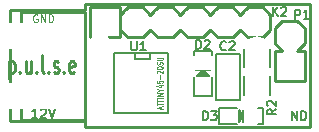
<source format=gto>
G04 #@! TF.FileFunction,Legend,Top*
%FSLAX46Y46*%
G04 Gerber Fmt 4.6, Leading zero omitted, Abs format (unit mm)*
G04 Created by KiCad (PCBNEW 0.201511011201+6288~30~ubuntu15.10.1-product) date Wed Nov  4 22:56:01 2015*
%MOMM*%
G01*
G04 APERTURE LIST*
%ADD10C,0.150000*%
%ADD11C,0.228600*%
%ADD12C,0.076200*%
%ADD13C,0.254000*%
%ADD14C,0.127000*%
%ADD15C,0.152400*%
%ADD16R,1.397000X1.524000*%
%ADD17R,1.651000X1.905000*%
%ADD18C,2.286000*%
%ADD19R,2.286000X2.286000*%
%ADD20R,1.524000X1.270000*%
%ADD21R,1.905000X1.016000*%
%ADD22C,1.905000*%
%ADD23R,2.006600X1.808480*%
%ADD24C,1.676400*%
%ADD25R,6.350000X2.286000*%
G04 APERTURE END LIST*
D10*
D11*
X25309286Y-30216929D02*
X25309286Y-31740929D01*
X25309286Y-30289500D02*
X25406048Y-30216929D01*
X25599571Y-30216929D01*
X25696333Y-30289500D01*
X25744714Y-30362071D01*
X25793095Y-30507214D01*
X25793095Y-30942643D01*
X25744714Y-31087786D01*
X25696333Y-31160357D01*
X25599571Y-31232929D01*
X25406048Y-31232929D01*
X25309286Y-31160357D01*
X26228524Y-31087786D02*
X26276905Y-31160357D01*
X26228524Y-31232929D01*
X26180143Y-31160357D01*
X26228524Y-31087786D01*
X26228524Y-31232929D01*
X27147762Y-30216929D02*
X27147762Y-31232929D01*
X26712334Y-30216929D02*
X26712334Y-31015214D01*
X26760715Y-31160357D01*
X26857477Y-31232929D01*
X27002619Y-31232929D01*
X27099381Y-31160357D01*
X27147762Y-31087786D01*
X27631572Y-31087786D02*
X27679953Y-31160357D01*
X27631572Y-31232929D01*
X27583191Y-31160357D01*
X27631572Y-31087786D01*
X27631572Y-31232929D01*
X28260525Y-31232929D02*
X28163763Y-31160357D01*
X28115382Y-31015214D01*
X28115382Y-29708929D01*
X28647572Y-31087786D02*
X28695953Y-31160357D01*
X28647572Y-31232929D01*
X28599191Y-31160357D01*
X28647572Y-31087786D01*
X28647572Y-31232929D01*
X29083001Y-31160357D02*
X29179763Y-31232929D01*
X29373287Y-31232929D01*
X29470048Y-31160357D01*
X29518429Y-31015214D01*
X29518429Y-30942643D01*
X29470048Y-30797500D01*
X29373287Y-30724929D01*
X29228144Y-30724929D01*
X29131382Y-30652357D01*
X29083001Y-30507214D01*
X29083001Y-30434643D01*
X29131382Y-30289500D01*
X29228144Y-30216929D01*
X29373287Y-30216929D01*
X29470048Y-30289500D01*
X29953858Y-31087786D02*
X30002239Y-31160357D01*
X29953858Y-31232929D01*
X29905477Y-31160357D01*
X29953858Y-31087786D01*
X29953858Y-31232929D01*
X30824715Y-31160357D02*
X30727953Y-31232929D01*
X30534430Y-31232929D01*
X30437668Y-31160357D01*
X30389287Y-31015214D01*
X30389287Y-30434643D01*
X30437668Y-30289500D01*
X30534430Y-30216929D01*
X30727953Y-30216929D01*
X30824715Y-30289500D01*
X30873096Y-30434643D01*
X30873096Y-30579786D01*
X30389287Y-30724929D01*
D12*
X27710191Y-26289000D02*
X27649714Y-26258762D01*
X27559000Y-26258762D01*
X27468286Y-26289000D01*
X27407810Y-26349476D01*
X27377571Y-26409952D01*
X27347333Y-26530905D01*
X27347333Y-26621619D01*
X27377571Y-26742571D01*
X27407810Y-26803048D01*
X27468286Y-26863524D01*
X27559000Y-26893762D01*
X27619476Y-26893762D01*
X27710191Y-26863524D01*
X27740429Y-26833286D01*
X27740429Y-26621619D01*
X27619476Y-26621619D01*
X28012571Y-26893762D02*
X28012571Y-26258762D01*
X28375429Y-26893762D01*
X28375429Y-26258762D01*
X28677809Y-26893762D02*
X28677809Y-26258762D01*
X28829000Y-26258762D01*
X28919714Y-26289000D01*
X28980190Y-26349476D01*
X29010429Y-26409952D01*
X29040667Y-26530905D01*
X29040667Y-26621619D01*
X29010429Y-26742571D01*
X28980190Y-26803048D01*
X28919714Y-26863524D01*
X28829000Y-26893762D01*
X28677809Y-26893762D01*
D13*
X31750000Y-25908000D02*
X31750000Y-25400000D01*
X25400000Y-25908000D02*
X31750000Y-25908000D01*
X31750000Y-35306000D02*
X31750000Y-35814000D01*
X25400000Y-35306000D02*
X31750000Y-35306000D01*
X25400000Y-35306000D02*
X25400000Y-25908000D01*
X50800000Y-35814000D02*
X31750000Y-35814000D01*
X50800000Y-25400000D02*
X50800000Y-35814000D01*
X31750000Y-25400000D02*
X50800000Y-25400000D01*
D14*
X41148000Y-30988000D02*
X42291000Y-30988000D01*
X41783000Y-31115000D02*
X41592500Y-31115000D01*
X41973500Y-31242000D02*
X41465500Y-31242000D01*
X42100500Y-31369000D02*
X41338500Y-31369000D01*
X41719500Y-31496000D02*
X41211500Y-31496000D01*
X41211500Y-31496000D02*
X41719500Y-30988000D01*
X41719500Y-30988000D02*
X42227500Y-31496000D01*
X42227500Y-31496000D02*
X41719500Y-31496000D01*
X42481500Y-29654500D02*
X42481500Y-29337000D01*
X42481500Y-29337000D02*
X40957500Y-29337000D01*
X40957500Y-29337000D02*
X40957500Y-29654500D01*
X40957500Y-31559500D02*
X40957500Y-33147000D01*
X40957500Y-33147000D02*
X42481500Y-33147000D01*
X42481500Y-33147000D02*
X42481500Y-31559500D01*
X42799000Y-31559500D02*
X42799000Y-33528000D01*
X42799000Y-33528000D02*
X44831000Y-33528000D01*
X44831000Y-33528000D02*
X44831000Y-29591000D01*
X44831000Y-29591000D02*
X42799000Y-29591000D01*
X42799000Y-29591000D02*
X42799000Y-31559500D01*
D13*
X47434500Y-26289000D02*
X47434500Y-27559000D01*
X34734500Y-26289000D02*
X34734500Y-27559000D01*
X34734500Y-26289000D02*
X35369500Y-25654000D01*
X35369500Y-25654000D02*
X36639500Y-25654000D01*
X36639500Y-25654000D02*
X37274500Y-26289000D01*
X37274500Y-26289000D02*
X37909500Y-25654000D01*
X37909500Y-25654000D02*
X39179500Y-25654000D01*
X39179500Y-25654000D02*
X39814500Y-26289000D01*
X39814500Y-26289000D02*
X40449500Y-25654000D01*
X40449500Y-25654000D02*
X41719500Y-25654000D01*
X41719500Y-25654000D02*
X42354500Y-26289000D01*
X42354500Y-26289000D02*
X42989500Y-25654000D01*
X42989500Y-25654000D02*
X44259500Y-25654000D01*
X44259500Y-25654000D02*
X44894500Y-26289000D01*
X44894500Y-26289000D02*
X45529500Y-25654000D01*
X45529500Y-25654000D02*
X46799500Y-25654000D01*
X46799500Y-25654000D02*
X47434500Y-26289000D01*
X47434500Y-27559000D02*
X46799500Y-28194000D01*
X46799500Y-28194000D02*
X45529500Y-28194000D01*
X45529500Y-28194000D02*
X44894500Y-27559000D01*
X44894500Y-27559000D02*
X44259500Y-28194000D01*
X44259500Y-28194000D02*
X42989500Y-28194000D01*
X42989500Y-28194000D02*
X42354500Y-27559000D01*
X42354500Y-27559000D02*
X41719500Y-28194000D01*
X41719500Y-28194000D02*
X40449500Y-28194000D01*
X40449500Y-28194000D02*
X39814500Y-27559000D01*
X39814500Y-27559000D02*
X39179500Y-28194000D01*
X39179500Y-28194000D02*
X37909500Y-28194000D01*
X37909500Y-28194000D02*
X37274500Y-27559000D01*
X37274500Y-27559000D02*
X36639500Y-28194000D01*
X36639500Y-28194000D02*
X35369500Y-28194000D01*
X35369500Y-28194000D02*
X34734500Y-27559000D01*
X34734500Y-27559000D02*
X34734500Y-28194000D01*
X34734500Y-28194000D02*
X32194500Y-28194000D01*
X32194500Y-28194000D02*
X32194500Y-25717500D01*
X32194500Y-25717500D02*
X32194500Y-25654000D01*
X32194500Y-25654000D02*
X34734500Y-25654000D01*
X34734500Y-25654000D02*
X34734500Y-26289000D01*
X49085500Y-31877000D02*
X47815500Y-31877000D01*
X47815500Y-31877000D02*
X47815500Y-29337000D01*
X47815500Y-29337000D02*
X48450500Y-29337000D01*
X48450500Y-29337000D02*
X47815500Y-28702000D01*
X47815500Y-28702000D02*
X47815500Y-28067000D01*
X47815500Y-28067000D02*
X47815500Y-27432000D01*
X47815500Y-27432000D02*
X48450500Y-26797000D01*
X48450500Y-26797000D02*
X49720500Y-26797000D01*
X49720500Y-26797000D02*
X50355500Y-27432000D01*
X50355500Y-27432000D02*
X50355500Y-28702000D01*
X50355500Y-28702000D02*
X49720500Y-29337000D01*
X49720500Y-29337000D02*
X50355500Y-29337000D01*
X50355500Y-29337000D02*
X50355500Y-31877000D01*
X50355500Y-31877000D02*
X49085500Y-31877000D01*
D14*
X45148500Y-34353500D02*
X45148500Y-35369500D01*
X45021500Y-34734500D02*
X45021500Y-34988500D01*
X44894500Y-35179000D02*
X44894500Y-34544000D01*
X44767500Y-34861500D02*
X44767500Y-34353500D01*
X44767500Y-34353500D02*
X45148500Y-34861500D01*
X45148500Y-34861500D02*
X44767500Y-35369500D01*
X44767500Y-35369500D02*
X44767500Y-34861500D01*
X46418500Y-34163000D02*
X46799500Y-34163000D01*
X46799500Y-34163000D02*
X46799500Y-35560000D01*
X46799500Y-35560000D02*
X46418500Y-35560000D01*
X43116500Y-34163000D02*
X44640500Y-34163000D01*
X43116500Y-34163000D02*
X43116500Y-35560000D01*
X43116500Y-35560000D02*
X44640500Y-35560000D01*
X38735000Y-29527500D02*
X38735000Y-34607500D01*
X38735000Y-34607500D02*
X34163000Y-34607500D01*
X34163000Y-34607500D02*
X34163000Y-29527500D01*
X34163000Y-29527500D02*
X38735000Y-29527500D01*
X37211000Y-29527500D02*
X37211000Y-30035500D01*
X37211000Y-30035500D02*
X35941000Y-30035500D01*
X35941000Y-30035500D02*
X35941000Y-29527500D01*
D15*
X47371000Y-30734000D02*
X47371000Y-29146500D01*
X45212000Y-29146500D02*
X45212000Y-30734000D01*
X45212000Y-31496000D02*
X45212000Y-33020000D01*
X45212000Y-33020000D02*
X45212000Y-33083500D01*
X47371000Y-33083500D02*
X47371000Y-31496000D01*
D13*
X26289000Y-26035000D02*
X26289000Y-27051000D01*
X26289000Y-35179000D02*
X26289000Y-34163000D01*
X31750000Y-26035000D02*
X31750000Y-35179000D01*
X26289000Y-26035000D02*
X31750000Y-26035000D01*
X26289000Y-35179000D02*
X31750000Y-35179000D01*
D14*
X41157072Y-29173714D02*
X41157072Y-28411714D01*
X41338500Y-28411714D01*
X41447357Y-28448000D01*
X41519929Y-28520571D01*
X41556214Y-28593143D01*
X41592500Y-28738286D01*
X41592500Y-28847143D01*
X41556214Y-28992286D01*
X41519929Y-29064857D01*
X41447357Y-29137429D01*
X41338500Y-29173714D01*
X41157072Y-29173714D01*
X41882786Y-28484286D02*
X41919072Y-28448000D01*
X41991643Y-28411714D01*
X42173072Y-28411714D01*
X42245643Y-28448000D01*
X42281929Y-28484286D01*
X42318214Y-28556857D01*
X42318214Y-28629429D01*
X42281929Y-28738286D01*
X41846500Y-29173714D01*
X42318214Y-29173714D01*
X43688000Y-29228143D02*
X43651714Y-29264429D01*
X43542857Y-29300714D01*
X43470286Y-29300714D01*
X43361429Y-29264429D01*
X43288857Y-29191857D01*
X43252572Y-29119286D01*
X43216286Y-28974143D01*
X43216286Y-28865286D01*
X43252572Y-28720143D01*
X43288857Y-28647571D01*
X43361429Y-28575000D01*
X43470286Y-28538714D01*
X43542857Y-28538714D01*
X43651714Y-28575000D01*
X43688000Y-28611286D01*
X43978286Y-28611286D02*
X44014572Y-28575000D01*
X44087143Y-28538714D01*
X44268572Y-28538714D01*
X44341143Y-28575000D01*
X44377429Y-28611286D01*
X44413714Y-28683857D01*
X44413714Y-28756429D01*
X44377429Y-28865286D01*
X43942000Y-29300714D01*
X44413714Y-29300714D01*
X49248786Y-35206214D02*
X49248786Y-34444214D01*
X49684214Y-35206214D01*
X49684214Y-34444214D01*
X50047072Y-35206214D02*
X50047072Y-34444214D01*
X50228500Y-34444214D01*
X50337357Y-34480500D01*
X50409929Y-34553071D01*
X50446214Y-34625643D01*
X50482500Y-34770786D01*
X50482500Y-34879643D01*
X50446214Y-35024786D01*
X50409929Y-35097357D01*
X50337357Y-35169929D01*
X50228500Y-35206214D01*
X50047072Y-35206214D01*
X47634072Y-26379714D02*
X47634072Y-25617714D01*
X48069500Y-26379714D02*
X47742929Y-25944286D01*
X48069500Y-25617714D02*
X47634072Y-26053143D01*
X48359786Y-25690286D02*
X48396072Y-25654000D01*
X48468643Y-25617714D01*
X48650072Y-25617714D01*
X48722643Y-25654000D01*
X48758929Y-25690286D01*
X48795214Y-25762857D01*
X48795214Y-25835429D01*
X48758929Y-25944286D01*
X48323500Y-26379714D01*
X48795214Y-26379714D01*
X49539072Y-26633714D02*
X49539072Y-25871714D01*
X49829357Y-25871714D01*
X49901929Y-25908000D01*
X49938214Y-25944286D01*
X49974500Y-26016857D01*
X49974500Y-26125714D01*
X49938214Y-26198286D01*
X49901929Y-26234571D01*
X49829357Y-26270857D01*
X49539072Y-26270857D01*
X50700214Y-26633714D02*
X50264786Y-26633714D01*
X50482500Y-26633714D02*
X50482500Y-25871714D01*
X50409929Y-25980571D01*
X50337357Y-26053143D01*
X50264786Y-26089429D01*
X41728572Y-35206214D02*
X41728572Y-34444214D01*
X41910000Y-34444214D01*
X42018857Y-34480500D01*
X42091429Y-34553071D01*
X42127714Y-34625643D01*
X42164000Y-34770786D01*
X42164000Y-34879643D01*
X42127714Y-35024786D01*
X42091429Y-35097357D01*
X42018857Y-35169929D01*
X41910000Y-35206214D01*
X41728572Y-35206214D01*
X42418000Y-34444214D02*
X42889714Y-34444214D01*
X42635714Y-34734500D01*
X42744572Y-34734500D01*
X42817143Y-34770786D01*
X42853429Y-34807071D01*
X42889714Y-34879643D01*
X42889714Y-35061071D01*
X42853429Y-35133643D01*
X42817143Y-35169929D01*
X42744572Y-35206214D01*
X42526857Y-35206214D01*
X42454286Y-35169929D01*
X42418000Y-35133643D01*
X35677929Y-28538714D02*
X35677929Y-29155571D01*
X35714214Y-29228143D01*
X35750500Y-29264429D01*
X35823071Y-29300714D01*
X35968214Y-29300714D01*
X36040786Y-29264429D01*
X36077071Y-29228143D01*
X36113357Y-29155571D01*
X36113357Y-28538714D01*
X36875357Y-29300714D02*
X36439929Y-29300714D01*
X36657643Y-29300714D02*
X36657643Y-28538714D01*
X36585072Y-28647571D01*
X36512500Y-28720143D01*
X36439929Y-28756429D01*
D12*
X38184667Y-34244643D02*
X38184667Y-34063214D01*
X38329810Y-34280928D02*
X37821810Y-34153928D01*
X38329810Y-34026928D01*
X37821810Y-33954357D02*
X37821810Y-33736643D01*
X38329810Y-33845500D02*
X37821810Y-33845500D01*
X37821810Y-33664071D02*
X37821810Y-33446357D01*
X38329810Y-33555214D02*
X37821810Y-33555214D01*
X38329810Y-33319357D02*
X37821810Y-33319357D01*
X38329810Y-33137928D02*
X37821810Y-33137928D01*
X38329810Y-32920213D01*
X37821810Y-32920213D01*
X38087905Y-32666213D02*
X38329810Y-32666213D01*
X37821810Y-32793213D02*
X38087905Y-32666213D01*
X37821810Y-32539213D01*
X37991143Y-32248928D02*
X38329810Y-32248928D01*
X37797619Y-32339642D02*
X38160476Y-32430357D01*
X38160476Y-32194499D01*
X37821810Y-31867928D02*
X37821810Y-32049357D01*
X38063714Y-32067500D01*
X38039524Y-32049357D01*
X38015333Y-32013071D01*
X38015333Y-31922357D01*
X38039524Y-31886071D01*
X38063714Y-31867928D01*
X38112095Y-31849785D01*
X38233048Y-31849785D01*
X38281429Y-31867928D01*
X38305619Y-31886071D01*
X38329810Y-31922357D01*
X38329810Y-32013071D01*
X38305619Y-32049357D01*
X38281429Y-32067500D01*
X38136286Y-31686500D02*
X38136286Y-31396214D01*
X37870190Y-31232929D02*
X37846000Y-31214786D01*
X37821810Y-31178500D01*
X37821810Y-31087786D01*
X37846000Y-31051500D01*
X37870190Y-31033357D01*
X37918571Y-31015214D01*
X37966952Y-31015214D01*
X38039524Y-31033357D01*
X38329810Y-31251071D01*
X38329810Y-31015214D01*
X37821810Y-30779357D02*
X37821810Y-30743072D01*
X37846000Y-30706786D01*
X37870190Y-30688643D01*
X37918571Y-30670500D01*
X38015333Y-30652357D01*
X38136286Y-30652357D01*
X38233048Y-30670500D01*
X38281429Y-30688643D01*
X38305619Y-30706786D01*
X38329810Y-30743072D01*
X38329810Y-30779357D01*
X38305619Y-30815643D01*
X38281429Y-30833786D01*
X38233048Y-30851929D01*
X38136286Y-30870072D01*
X38015333Y-30870072D01*
X37918571Y-30851929D01*
X37870190Y-30833786D01*
X37846000Y-30815643D01*
X37821810Y-30779357D01*
X38305619Y-30507215D02*
X38329810Y-30452786D01*
X38329810Y-30362072D01*
X38305619Y-30325786D01*
X38281429Y-30307643D01*
X38233048Y-30289500D01*
X38184667Y-30289500D01*
X38136286Y-30307643D01*
X38112095Y-30325786D01*
X38087905Y-30362072D01*
X38063714Y-30434643D01*
X38039524Y-30470929D01*
X38015333Y-30489072D01*
X37966952Y-30507215D01*
X37918571Y-30507215D01*
X37870190Y-30489072D01*
X37846000Y-30470929D01*
X37821810Y-30434643D01*
X37821810Y-30343929D01*
X37846000Y-30289500D01*
X37821810Y-30126215D02*
X38233048Y-30126215D01*
X38281429Y-30108072D01*
X38305619Y-30089929D01*
X38329810Y-30053643D01*
X38329810Y-29981072D01*
X38305619Y-29944786D01*
X38281429Y-29926643D01*
X38233048Y-29908500D01*
X37821810Y-29908500D01*
D14*
X47906214Y-34290000D02*
X47543357Y-34544000D01*
X47906214Y-34725428D02*
X47144214Y-34725428D01*
X47144214Y-34435143D01*
X47180500Y-34362571D01*
X47216786Y-34326286D01*
X47289357Y-34290000D01*
X47398214Y-34290000D01*
X47470786Y-34326286D01*
X47507071Y-34362571D01*
X47543357Y-34435143D01*
X47543357Y-34725428D01*
X47216786Y-33999714D02*
X47180500Y-33963428D01*
X47144214Y-33890857D01*
X47144214Y-33709428D01*
X47180500Y-33636857D01*
X47216786Y-33600571D01*
X47289357Y-33564286D01*
X47361929Y-33564286D01*
X47470786Y-33600571D01*
X47906214Y-34036000D01*
X47906214Y-33564286D01*
X27722286Y-35015714D02*
X27286858Y-35015714D01*
X27504572Y-35015714D02*
X27504572Y-34253714D01*
X27432001Y-34362571D01*
X27359429Y-34435143D01*
X27286858Y-34471429D01*
X28012572Y-34326286D02*
X28048858Y-34290000D01*
X28121429Y-34253714D01*
X28302858Y-34253714D01*
X28375429Y-34290000D01*
X28411715Y-34326286D01*
X28448000Y-34398857D01*
X28448000Y-34471429D01*
X28411715Y-34580286D01*
X27976286Y-35015714D01*
X28448000Y-35015714D01*
X28665714Y-34253714D02*
X28919714Y-35015714D01*
X29173714Y-34253714D01*
%LPC*%
D16*
X41719500Y-30162500D03*
X41719500Y-32321500D03*
D17*
X43815000Y-30607000D03*
X43815000Y-32512000D03*
D18*
X49085500Y-33147000D03*
D19*
X33464500Y-26924000D03*
D18*
X36004500Y-26924000D03*
X38544500Y-26924000D03*
X41084500Y-26924000D03*
X43624500Y-26924000D03*
X46164500Y-26924000D03*
D19*
X49085500Y-30607000D03*
D18*
X49085500Y-28067000D03*
D20*
X45974000Y-34861500D03*
X43942000Y-34861500D03*
D21*
X39751000Y-30162500D03*
X39751000Y-31432500D03*
X39751000Y-32702500D03*
X39751000Y-33972500D03*
X33147000Y-33972500D03*
X33147000Y-32702500D03*
X33147000Y-31432500D03*
X33147000Y-30162500D03*
D22*
X33020000Y-28829000D03*
D23*
X46291500Y-30162500D03*
X46291500Y-32067500D03*
D24*
X46291500Y-33337500D03*
X46291500Y-28892500D03*
D25*
X28448000Y-33147000D03*
X28448000Y-28067000D03*
M02*

</source>
